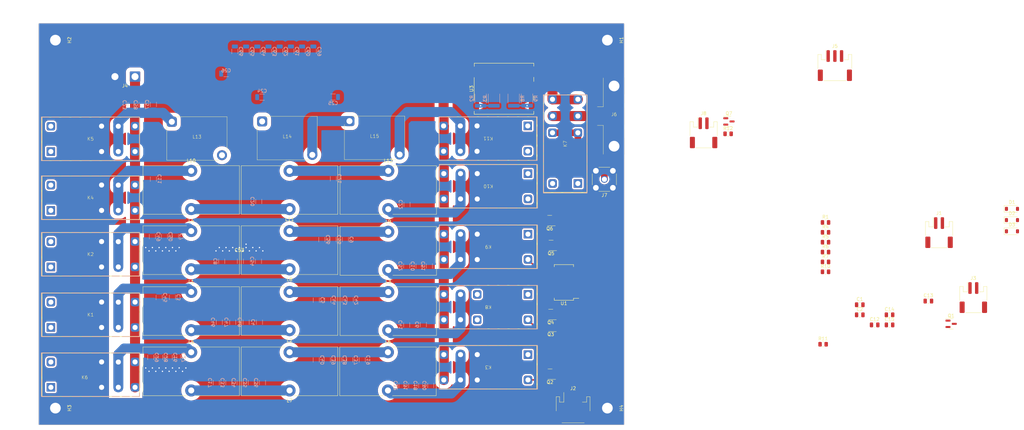
<source format=kicad_pcb>
(kicad_pcb (version 20221018) (generator pcbnew)
  (layers (0 "F.Cu" signal) (31 "B.Cu" signal) (34 "B.Paste" user) (35 "F.Paste" user) (36 "B.SilkS" user "B.Silkscreen") (37 "F.SilkS" user "F.Silkscreen") (38 "B.Mask" user) (39 "F.Mask" user) (44 "Edge.Cuts" user))
  (net 0 "")
  (net 1 "Earth")
  (net 2 "Net-(U1-A0)")
  (net 3 "+5V")
  (net 4 "Net-(D2-K)")
  (net 5 "Net-(D3-K)")
  (net 6 "Net-(Q1-G)")
  (net 7 "+5V_TX")
  (net 8 "/Filter160M/FLT2MHZ_2")
  (net 9 "/Filter160M/FLT2MHZ_4")
  (net 10 "Net-(D2-A)")
  (net 11 "Net-(D3-A)")
  (net 12 "SCL")
  (net 13 "SDA")
  (net 14 "/FWD")
  (net 15 "/REF")
  (net 16 "/ANT")
  (net 17 "/RX")
  (net 18 "/Filter80M/FLT4MHZ_1")
  (net 19 "/Filter160M/FLT2MHZ_3")
  (net 20 "+12V")
  (net 21 "FLT_OUT")
  (net 22 "FLT_IN")
  (net 23 "Net-(Q2-D)")
  (net 24 "ACT_160")
  (net 25 "/Filter80M/FLT4MHZ_2")
  (net 26 "/Filter80M/FLT4MHZ_3")
  (net 27 "Net-(J8-MountPin)")
  (net 28 "/Filter80M/FLT4MHZ_4")
  (net 29 "/Filter40M/FLT8MHZ_1")
  (net 45 "/Filter40M/FLT8MHZ_2")
  (net 46 "/Filter160M/FLT2MHZ_1")
  (net 47 "/Filter40M/FLT8MHZ_3")
  (net 48 "/Filter40M/FLT8MHZ_4")
  (net 49 "/Filter20M/FLT15MHZ_1")
  (net 50 "/Filter20M/FLT15MHZ_2")
  (net 51 "/Filter20M/FLT15MHZ_3")
  (net 52 "/Filter20M/FLT15MHZ_4")
  (net 53 "/Filter10M/FLT30MHZ_1")
  (net 54 "/Filter10M/FLT30MHZ_2")
  (net 55 "/Filter10M/FLT30MHZ_3")
  (net 56 "/Filter10M/FLT30MHZ_4")
  (net 57 "Net-(Q3-D)")
  (net 58 "Net-(Q4-D)")
  (net 59 "/SWR_OUT")
  (net 60 "Net-(Q5-D)")
  (net 61 "Net-(Q6-D)")
  (net 62 "Net-(Q7-D)")
  (net 63 "ACT_80")
  (net 64 "ACT_10")
  (net 65 "Net-(Q7-G)")
  (net 68 "ACT_40")
  (net 70 "ACT_20")
  (footprint "Connector_JST:JST_PH_S2B-PH-SM4-TB_1x02-1MP_P2.00mm_Horizontal" (layer "F.Cu") (at 243.7575 52.7)
    (fp_text reference "J8")
    (fp_text value "+12V")
  )
  (footprint "Resistor_SMD:R_0805_2012Metric" (layer "F.Cu") (at 251.0875 53)
    (fp_text reference "R12")
    (fp_text value "102")
  )
  (footprint "Package_TO_SOT_SMD:SOT-23" (layer "F.Cu") (at 197.8625 124.85 180)
    (fp_text reference "Q2")
    (fp_text value "AO3400A")
  )
  (footprint "PhilsFootprintLibrary:L_AirCore_L15_P15mm" (layer "F.Cu") (at 92.3 54.4)
    (fp_text reference "L13")
    (fp_text value "390nH")
  )
  (footprint "PhilsFootprintLibrary:Relay_QJC2" (layer "F.Cu") (at 60.49 54.52)
    (fp_text reference "K5")
    (fp_text value "QJC2")
  )
  (footprint "Resistor_SMD:R_0805_2012Metric" (layer "F.Cu") (at 280.206832 88.347486)
    (fp_text reference "R6")
    (fp_text value "102")
  )
  (footprint "Resistor_SMD:R_0805_2012Metric" (layer "F.Cu") (at 279.4875 115.9)
    (fp_text reference "R11")
    (fp_text value "104")
  )
  (footprint "PhilsFootprintLibrary:Relay_QJC2" (layer "F.Cu") (at 202.4 56 90)
    (fp_text reference "K7")
    (fp_text value "QJC2")
  )
  (footprint "Package_TO_SOT_SMD:SOT-23" (layer "F.Cu") (at 251.3275 49.3)
    (fp_text reference "Q7")
    (fp_text value "AO3400A")
  )
  (footprint "Connector_JST:JST_PH_S2B-PH-SM4-TB_1x02-1MP_P2.00mm_Horizontal" (layer "F.Cu") (at 324.392333 101.949488)
    (fp_text reference "J3")
    (fp_text value "+5V_TX")
  )
  (footprint "Inductor_THT:L_Toroid_Vertical_L28.6mm_W14.3mm_P11.43mm_Bourns_5700" (layer "F.Cu") (at 90.6 64.07)
    (fp_text reference "L10")
    (fp_text value "5.6uH")
  )
  (footprint "PhilsFootprintLibrary:L_AirCore_L15_P15mm" (layer "F.Cu") (at 145.4 54.2)
    (fp_text reference "L15")
    (fp_text value "390nH")
  )
  (footprint "Inductor_THT:L_Toroid_Vertical_L28.6mm_W14.3mm_P11.43mm_Bourns_5700" (layer "F.Cu") (at 120 75.515 180)
    (fp_text reference "L11")
    (fp_text value "6.2uH")
  )
  (footprint "PhilsFootprintLibrary:Balun_5PIN_BN-43-202_SMD_SWR_Bridge" (layer "F.Cu") (at 184.08 39.52 180)
    (fp_text reference "U3")
    (fp_text value "1T:20T, BN-43-202")
  )
  (footprint "Resistor_SMD:R_0805_2012Metric" (layer "F.Cu") (at 280.206832 94.247486)
    (fp_text reference "R10")
    (fp_text value "102")
  )
  (footprint "Connector_JST:JST_PH_S3B-PH-SM4-TB_1x03-1MP_P2.00mm_Horizontal" (layer "F.Cu") (at 283 32.6)
    (fp_text reference "J5")
    (fp_text value "Conn_01x03_MountingPin")
  )
  (footprint "MountingHole:MountingHole_3.2mm_M3_Pad" (layer "F.Cu") (at 215 135 -90)
    (fp_text reference "H4")
    (fp_text value "MH")
  )
  (footprint "Inductor_THT:L_Toroid_Vertical_L28.6mm_W14.3mm_P11.43mm_Bourns_5700" (layer "F.Cu") (at 90.6 118.285)
    (fp_text reference "L5")
    (fp_text value "5.6uH")
  )
  (footprint "PhilsFootprintLibrary:Relay_QJC2" (layer "F.Cu") (at 60.5 107.1)
    (fp_text reference "K1")
    (fp_text value "QJC2")
  )
  (footprint "PhilsFootprintLibrary:Relay_QJC2" (layer "F.Cu") (at 179.41 86.78 180)
    (fp_text reference "K9")
    (fp_text value "QJC2")
  )
  (footprint "Package_SO:SSOP-28_5.3x10.2mm_P0.65mm" (layer "F.Cu") (at 202 97.425 180)
    (fp_text reference "U1")
    (fp_text value "MCP23017_SS")
  )
  (footprint "MountingHole:MountingHole_3.2mm_M3_Pad" (layer "F.Cu") (at 215 25 -90)
    (fp_text reference "H1")
    (fp_text value "MH")
  )
  (footprint "Package_TO_SOT_SMD:SOT-23" (layer "F.Cu") (at 197.7625 78.95 180)
    (fp_text reference "Q6")
    (fp_text value "AO3400A")
  )
  (footprint "PhilsFootprintLibrary:Relay_QJC2" (layer "F.Cu") (at 179.41 68.68 180)
    (fp_text reference "K10")
    (fp_text value "QJC2")
  )
  (footprint "PhilsFootprintLibrary:Relay_QJC2" (layer "F.Cu") (at 179.35 54.42 180)
    (fp_text reference "K11")
    (fp_text value "QJC2")
  )
  (footprint "Capacitor_SMD:C_0805_2012Metric" (layer "F.Cu") (at 310.95 103)
    (fp_text reference "C13")
    (fp_text value "104")
  )
  (footprint "Capacitor_SMD:C_0805_2012Metric" (layer "F.Cu") (at 299.342332 110.119488)
    (fp_text reference "C15")
    (fp_text value "104")
  )
  (footprint "Connector_Coaxial:SMA_Amphenol_132291_Vertical" (layer "F.Cu") (at 214.1 66.6 180)
    (fp_text reference "J7")
    (fp_text value "RX_BPF")
  )
  (footprint "Inductor_THT:L_Toroid_Vertical_L28.6mm_W14.3mm_P11.43mm_Bourns_5700" (layer "F.Cu") (at 120 111.7 180)
    (fp_text reference "L2")
    (fp_text value "3.3uH")
  )
  (footprint "Connector_Wire:SolderWire-1.5sqmm_1x02_P6mm_D1.7mm_OD3mm" (layer "F.Cu") (at 73.8 35.9 180)
    (fp_text reference "J4")
    (fp_text value "TX_AMP_IN")
  )
  (footprint "Diode_SMD:D_SOD-123" (layer "F.Cu") (at 335.939331 78.787486)
    (fp_text reference "D2")
    (fp_text value "D")
  )
  (footprint "Package_TO_SOT_SMD:SOT-23" (layer "F.Cu") (at 198.0625 110.55 180)
    (fp_text reference "Q3")
    (fp_text value "AO3400A")
  )
  (footprint "Package_TO_SOT_SMD:SOT-23" (layer "F.Cu") (at 198.1625 86.35 180)
    (fp_text reference "Q5")
    (fp_text value "AO3400A")
  )
  (footprint "Inductor_THT:L_Toroid_Vertical_L28.6mm_W14.3mm_P11.43mm_Bourns_5700" (layer "F.Cu") (at 120 93.5 180)
    (fp_text reference "L8")
    (fp_text value "1.6uH")
  )
  (footprint "Connector_JST:JST_PH_S3B-PH-SM4-TB_1x03-1MP_P2.00mm_Horizontal" (layer "F.Cu") (at 204.75 134.9)
    (fp_text reference "J2")
    (fp_text value "SPI")
  )
  (footprint "Inductor_THT:L_Toroid_Vertical_L28.6mm_W14.3mm_P11.43mm_Bourns_5700" (layer "F.Cu") (at 90.6 100.27)
    (fp_text reference "L1")
    (fp_text value "2.7uH")
  )
  (footprint "Resistor_SMD:R_0805_2012Metric" (layer "F.Cu") (at 280.206832 82.447486)
    (fp_text reference "R4")
    (fp_text value "223")
  )
  (footprint "Inductor_THT:L_Toroid_Vertical_L28.6mm_W14.3mm_P11.43mm_Bourns_5700" (layer "F.Cu") (at 149.5 100.3)
    (fp_text reference "L3")
    (fp_text value "2.7uH")
  )
  (footprint "Inductor_THT:L_Toroid_Vertical_L28.6mm_W14.3mm_P11.43mm_Bourns_5700" (layer "F.Cu") (at 90.6 82.07)
    (fp_text reference "L4")
    (fp_text value "1.5uH")
  )
  (footprint "PhilsFootprintLibrary:Relay_QJC2" (layer "F.Cu") (at 179.41 104.79 180)
    (fp_text reference "K8")
    (fp_text value "QJC2")
  )
  (footprint "PhilsFootprintLibrary:L_AirCore_L15_P15mm" (layer "F.Cu") (at 119.3 54.3)
    (fp_text reference "L14")
    (fp_text value "430nH")
  )
  (footprint "Resistor_SMD:R_0805_2012Metric" (layer "F.Cu") (at 280.206832 91.297486)
    (fp_text reference "R7")
    (fp_text value "223")
  )
  (footprint "PhilsFootprintLibrary:Relay_QJC2" (layer "F.Cu") (at 60.49 72.12)
    (fp_text reference "K4")
    (fp_text value "QJC2")
  )
  (footprint "Inductor_THT:L_Toroid_Vertical_L28.6mm_W14.3mm_P11.43mm_Bourns_5700" (layer "F.Cu") (at 149.5 64.085)
    (fp_text reference "L12")
    (fp_text value "5.6uH")
  )
  (footprint "PhilsFootprintLibrary:Relay_QJC2" (layer "F.Cu") (at 179.41 122.78 180)
    (fp_text reference "K3")
    (fp_text value "QJC2")
  )
  (footprint "Capacitor_SMD:C_0805_2012Metric" (layer "F.Cu") (at 290.442333 107.109486)
    (fp_text reference "C2")
    (fp_text value "104")
  )
  (footprint "Package_TO_SOT_SMD:SOT-23" (layer "F.Cu") (at 317.752332 109.799488)
    (fp_text reference "Q1")
    (fp_text value "BSS138")
  )
  (footprint "Resistor_SMD:R_0805_2012Metric" (layer "F.Cu") (at 280.206832 85.397486)
    (fp_text reference "R5")
    (fp_text value "102")
  )
  (footprint "PhilsFootprintLibrary:Relay_QJC2" (layer "F.Cu") (at 60.49 89.02)
    (fp_text reference "K2")
    (fp_text value "QJC2")
  )
  (footprint "Capacitor_SMD:C_0805_2012Metric" (layer "F.Cu") (at 294.892334 110.119488)
    (fp_text reference "C12")
    (fp_text value "104")
  )
  (footprint "Connector_JST:JST_PH_S2B-PH-SM4-TB_1x02-1MP_P2.00mm_Horizontal" (layer "F.Cu") (at 314.142333 82.532486)
    (fp_text reference "J1")
    (fp_text value "+5V")
  )
  (footprint "Inductor_THT:L_Toroid_Vertical_L28.6mm_W14.3mm_P11.43mm_Bourns_5700" (layer "F.Cu") (at 120 129.715 180)
    (fp_text reference "L7")
    (fp_text value "6.2uH")
  )
  (footprint "Capacitor_SMD:C_0805_2012Metric" (layer "F.Cu") (at 299.342333 107.109485)
    (fp_text reference "C14")
    (fp_text value "104")
  )
  (footprint "MountingHole:MountingHole_3.2mm_M3_Pad" (layer "F.Cu") (at 50 135 -90)
    (fp_text reference "H3")
    (fp_text value "MH")
  )
  (footprint "Diode_SMD:D_SOD-123" (layer "F.Cu") (at 335.939331 82.137486)
    (fp_text reference "D3")
    (fp_text value "D")
  )
  (footprint "MountingHole:MountingHole_3.2mm_M3_Pad" (layer "F.Cu") (at 50 25 -90)
    (fp_text reference "H2")
    (fp_text value "MH")
  )
  (footprint "PhilsFootprintLibrary:Relay_QJC2" (layer "F.Cu") (at 60.5 125)
    (fp_text reference "K6")
    (fp_text value "QJC2")
  )
  (footprint "Diode_SMD:D_SOD-123" (layer "F.Cu") (at 335.939332 75.437487)
    (fp_text reference "D1")
    (fp_text value "1N4148W")
  )
  (footprint "Inductor_THT:L_Toroid_Vertical_L28.6mm_W14.3mm_P11.43mm_Bourns_5700" (layer "F.Cu") (at 149.5 82.285)
    (fp_text reference "L9")
    (fp_text value "1.5uH")
  )
  (footprint "Package_TO_SOT_SMD:SOT-23" (layer "F.Cu") (at 198.0625 107 180)
    (fp_text reference "Q4")
    (fp_text value "AO3400A")
  )
  (footprint "PhilsFootprintLibrary:Connector_SO239" (layer "F.Cu") (at 217 47.7)
    (fp_text reference "J6")
    (fp_text value "ANTENNA")
    (fp_line (start 3.1 -12.7) (end 3.1 12.7) (stroke (width 0.05)) (layer "Edge.Cuts"))
  )
  (footprint "Capacitor_SMD:C_0805_2012Metric" (layer "F.Cu") (at 290.442334 104.099488)
    (fp_text reference "C1")
    (fp_text value "104")
  )
  (footprint "Resistor_SMD:R_0805_2012Metric" (layer "F.Cu") (at 280.206832 79.497486)
    (fp_text reference "R1")
    (fp_text value "103")
  )
  (footprint "Inductor_THT:L_Toroid_Vertical_L28.6mm_W14.3mm_P11.43mm_Bourns_5700" (layer "F.Cu") (at 149.4 118.285)
    (fp_text reference "L6")
    (fp_text value "5.6uH")
  )
  (footprint "Resistor_SMD:R_1812_4532Metric" (layer "B.Cu") (at 191 42.4375 90)
    (fp_text reference "R9")
    (fp_text value "101")
  )
  (footprint "Capacitor_SMD:C_1206_3216Metric" (layer "B.Cu") (at 110.8 73.225 -90)
    (fp_text reference "C20")
    (fp_text value "332")
  )
  (footprint "Capacitor_SMD:C_1206_3216Metric" (layer "B.Cu") (at 81.2 119.825 90)
    (fp_text reference "C28")
    (fp_text value "470p")
  )
  (footprint "Capacitor_SMD:C_1206_3216Metric" (layer "B.Cu") (at 105.3 91.1 -90)
    (fp_text reference "C53")
    (fp_text value "330p")
  )
  (footprint "Capacitor_SMD:C_1206_3216Metric" (layer "B.Cu") (at 79 83.725 90)
    (fp_text reference "C49")
    (fp_text value "220p")
  )
  (footprint "Capacitor_SMD:C_1206_3216Metric" (layer "B.Cu") (at 111.9 127.375 -90)
    (fp_text reference "C36")
    (fp_text value "680p")
  )
  (footprint "Resistor_SMD:R_1812_4532Metric" (layer "B.Cu") (at 187 42.4625 90)
    (fp_text reference "R8")
    (fp_text value "101")
  )
  (footprint "Capacitor_SMD:C_1206_3216Metric" (layer "B.Cu") (at 138 120.6 90)
    (fp_text reference "C37")
    (fp_text value "680p")
  )
  (footprint "Capacitor_SMD:C_1206_3216Metric" (layer "B.Cu") (at 72.6 44.325 -90)
    (fp_text reference "C23")
    (fp_text value "33p")
  )
  (footprint "Capacitor_SMD:C_1206_3216Metric" (layer "B.Cu") (at 103.65 28.375001 90)
    (fp_text reference "C66")
    (fp_text value "47p")
  )
  (footprint "Capacitor_SMD:C_1206_3216Metric" (layer "B.Cu") (at 78.5 119.825 90)
    (fp_text reference "C29")
    (fp_text value "470p")
  )
  (footprint "Capacitor_SMD:C_1206_3216Metric" (layer "B.Cu") (at 131.3 120.6 90)
    (fp_text reference "C39")
    (fp_text value "680p")
  )
  (footprint "Capacitor_SMD:C_1206_3216Metric" (layer "B.Cu") (at 131.399997 102.725 90)
    (fp_text reference "C44")
    (fp_text value "100p")
  )
  (footprint "Capacitor_SMD:C_1206_3216Metric" (layer "B.Cu") (at 103 109.314999 -90)
    (fp_text reference "C47")
    (fp_text value "470p")
  )
  (footprint "Capacitor_SMD:C_1206_3216Metric" (layer "B.Cu") (at 79.3 66.525 90)
    (fp_text reference "C11")
    (fp_text value "182")
  )
  (footprint "Capacitor_SMD:C_1206_3216Metric" (layer "B.Cu") (at 129.649998 84.625 90)
    (fp_text reference "C56")
    (fp_text value "330p")
  )
  (footprint "Capacitor_SMD:C_1206_3216Metric" (layer "B.Cu") (at 134.650001 120.6 90)
    (fp_text reference "C38")
    (fp_text value "680p")
  )
  (footprint "Capacitor_SMD:C_1206_3216Metric" (layer "B.Cu") (at 134.749998 102.724999 90)
    (fp_text reference "C43")
    (fp_text value "470p")
  )
  (footprint "Capacitor_SMD:C_1206_3216Metric" (layer "B.Cu") (at 110.7 91.1 -90)
    (fp_text reference "C54")
    (fp_text value "220p")
  )
  (footprint "Capacitor_SMD:C_1206_3216Metric" (layer "B.Cu") (at 85.9 83.725 90)
    (fp_text reference "C7")
    (fp_text value "220p")
  )
  (footprint "Capacitor_SMD:C_1206_3216Metric" (layer "B.Cu") (at 99.7 91.1 -90)
    (fp_text reference "C8")
    (fp_text value "330p")
  )
  (footprint "Capacitor_SMD:C_1206_3216Metric" (layer "B.Cu") (at 136.7 84.625 90)
    (fp_text reference "C9")
    (fp_text value "220p")
  )
  (footprint "Capacitor_SMD:C_1206_3216Metric" (layer "B.Cu") (at 138.1 102.725 90)
    (fp_text reference "C42")
    (fp_text value "470p")
  )
  (footprint "Capacitor_SMD:C_1206_3216Metric" (layer "B.Cu") (at 108.550001 127.375 -90)
    (fp_text reference "C35")
    (fp_text value "680p")
  )
  (footprint "Capacitor_SMD:C_1206_3216Metric" (layer "B.Cu") (at 155 110.125 -90)
    (fp_text reference "C41")
    (fp_text value "470p")
  )
  (footprint "Resistor_SMD:R_1812_4532Metric" (layer "B.Cu") (at 177.1 42.4625 -90)
    (fp_text reference "R2")
    (fp_text value "101")
  )
  (footprint "Capacitor_SMD:C_1206_3216Metric" (layer "B.Cu") (at 101.849999 127.375 -90)
    (fp_text reference "C33")
    (fp_text value "680p")
  )
  (footprint "Capacitor_SMD:C_1206_3216Metric" (layer "B.Cu") (at 113.7 28.375 90)
    (fp_text reference "C63")
    (fp_text value "47p")
  )
  (footprint "Capacitor_SMD:C_1206_3216Metric" (layer "B.Cu") (at 82.6 83.725 90)
    (fp_text reference "C50")
    (fp_text value "47p")
  )
  (footprint "Capacitor_SMD:C_1206_3216Metric" (layer "B.Cu") (at 98.099998 127.375 -90)
    (fp_text reference "C17")
    (fp_text value "680p")
  )
  (footprint "Capacitor_SMD:C_1206_3216Metric" (layer "B.Cu") (at 99 109.325 -90)
    (fp_text reference "C46")
    (fp_text value "470p")
  )
  (footprint "Capacitor_SMD:C_1206_3216Metric" (layer "B.Cu") (at 128 102.725 90)
    (fp_text reference "C5")
    (fp_text value "470p")
  )
  (footprint "Capacitor_SMD:C_1206_3216Metric" (layer "B.Cu") (at 160 110.025 -90)
    (fp_text reference "C6")
    (fp_text value "470p")
  )
  (footprint "Capacitor_SMD:C_1206_3216Metric" (layer "B.Cu") (at 155 92.5 -90)
    (fp_text reference "C52")
    (fp_text value "220p")
  )
  (footprint "Capacitor_SMD:C_1206_3216Metric" (layer "B.Cu") (at 117.049999 28.375 90)
    (fp_text reference "C62")
    (fp_text value "47p")
  )
  (footprint "Capacitor_SMD:C_1206_3216Metric" (layer "B.Cu") (at 127.949999 120.6 90)
    (fp_text reference "C40")
    (fp_text value "680p")
  )
  (footprint "Capacitor_SMD:C_1206_3216Metric" (layer "B.Cu") (at 81 101.925 90)
    (fp_text reference "C45")
    (fp_text value "470p")
  )
  (footprint "Capacitor_SMD:C_1206_3216Metric" (layer "B.Cu") (at 84 119.825 90)
    (fp_text reference "C16")
    (fp_text value "470p")
  )
  (footprint "Capacitor_SMD:C_1206_3216Metric" (layer "B.Cu") (at 133 84.625 90)
    (fp_text reference "C55")
    (fp_text value "330p")
  )
  (footprint "Capacitor_SMD:C_1206_3216Metric" (layer "B.Cu") (at 120.4 28.375 90)
    (fp_text reference "C61")
    (fp_text value "47p")
  )
  (footprint "Capacitor_SMD:C_1206_3216Metric" (layer "B.Cu") (at 123.75 28.375 90)
    (fp_text reference "C60")
    (fp_text value "47p")
  )
  (footprint "Capacitor_SMD:C_1206_3216Metric" (layer "B.Cu") (at 158.7 92.525 -90)
    (fp_text reference "C10")
    (fp_text value "47p")
  )
  (footprint "Capacitor_SMD:C_1206_3216Metric" (layer "B.Cu") (at 107 28.375 90)
    (fp_text reference "C65")
    (fp_text value "47p")
  )
  (footprint "Capacitor_SMD:C_1206_3216Metric" (layer "B.Cu") (at 159.5 128.225 -90)
    (fp_text reference "C18")
    (fp_text value "470")
  )
  (footprint "Capacitor_SMD:C_1206_3216Metric" (layer "B.Cu") (at 155.1 74.125 -90)
    (fp_text reference "C22")
    (fp_text value "182")
  )
  (footprint "Capacitor_SMD:C_1206_3216Metric" (layer "B.Cu") (at 107 109.314999 -90)
    (fp_text reference "C48")
    (fp_text value "100p")
  )
  (footprint "Capacitor_SMD:C_1206_3216Metric" (layer "B.Cu") (at 161.8 92.525 -90)
    (fp_text reference "C51")
    (fp_text value "220p")
  )
  (footprint "Capacitor_SMD:C_1206_3216Metric" (layer "B.Cu") (at 141.7 120.6 90)
    (fp_text reference "C19")
    (fp_text value "680p")
  )
  (footprint "Capacitor_SMD:C_1206_3216Metric" (layer "B.Cu") (at 162.2 128.225 -90)
    (fp_text reference "C30")
    (fp_text value "470")
  )
  (footprint "Capacitor_SMD:C_1206_3216Metric" (layer "B.Cu") (at 133.1 66.425 90)
    (fp_text reference "C21")
    (fp_text value "332")
  )
  (footprint "Capacitor_SMD:C_1206_3216Metric" (layer "B.Cu") (at 86.5 119.825 90)
    (fp_text reference "C27")
    (fp_text value "470p")
  )
  (footprint "Capacitor_SMD:C_1206_3216Metric" (layer "B.Cu") (at 105.199998 127.375 -90)
    (fp_text reference "C34")
    (fp_text value "680p")
  )
  (footprint "Capacitor_SMD:C_1206_3216Metric" (layer "B.Cu") (at 153.6 128.225001 -90)
    (fp_text reference "C32")
    (fp_text value "470")
  )
  (footprint "Capacitor_SMD:C_1206_3216Metric" (layer "B.Cu") (at 75.9 44.325 -90)
    (fp_text reference "C58")
    (fp_text value "47p")
  )
  (footprint "Capacitor_SMD:C_1206_3216Metric" (layer "B.Cu") (at 111.786002 42.038 180)
    (fp_text reference "C24")
    (fp_text value "68p")
  )
  (footprint "Capacitor_SMD:C_1206_3216Metric" (layer "B.Cu") (at 101.025 35 180)
    (fp_text reference "C26")
    (fp_text value "68p")
  )
  (footprint "Capacitor_SMD:C_1206_3216Metric" (layer "B.Cu") (at 79.3 44.225 -90)
    (fp_text reference "C57")
    (fp_text value "47p")
  )
  (footprint "Capacitor_SMD:C_1206_3216Metric" (layer "B.Cu") (at 156.5 128.225001 -90)
    (fp_text reference "C31")
    (fp_text value "470")
  )
  (footprint "Resistor_SMD:R_1812_4532Metric" (layer "B.Cu") (at 181.1 42.4625 -90)
    (fp_text reference "R3")
    (fp_text value "101")
  )
  (footprint "Capacitor_SMD:C_1206_3216Metric" (layer "B.Cu") (at 110.35 28.375 90)
    (fp_text reference "C64")
    (fp_text value "33p")
  )
  (footprint "Capacitor_SMD:C_1206_3216Metric" (layer "B.Cu") (at 127.100001 28.375 90)
    (fp_text reference "C59")
    (fp_text value "68p")
  )
  (footprint "Capacitor_SMD:C_1206_3216Metric" (layer "B.Cu") (at 111 109.325 -90)
    (fp_text reference "C4")
    (fp_text value "470p")
  )
  (footprint "Capacitor_SMD:C_1206_3216Metric" (layer "B.Cu") (at 85 101.875 90)
    (fp_text reference "C3")
    (fp_text value "470p")
  )
  (footprint "Capacitor_SMD:C_1206_3216Metric" (layer "B.Cu") (at 133 42)
    (fp_text reference "C25")
    (fp_text value "68p")
  )
  (gr_rect locked (start 45 20) (end 220 140) (stroke (width 0.1)) (fill none) (layer "Edge.Cuts"))
  (via (at 79 123) (size 0.8) (drill 0.4) (layers "F.Cu" "B.Cu") (net 1))
  (via (at 112 88) (size 0.8) (drill 0.4) (layers "F.Cu" "B.Cu") (net 1))
  (via (at 81 87) (size 0.8) (drill 0.4) (layers "F.Cu" "B.Cu") (net 1))
  (via (at 109 87) (size 0.8) (drill 0.4) (layers "F.Cu" "B.Cu") (net 1))
  (via (at 89 123) (size 0.8) (drill 0.4) (layers "F.Cu" "B.Cu") (net 1))
  (via (at 104 88) (size 0.8) (drill 0.4) (layers "F.Cu" "B.Cu") (net 1))
  (via (at 82 88) (size 0.8) (drill 0.4) (layers "F.Cu" "B.Cu") (net 1))
  (via (at 81 123) (size 0.8) (drill 0.4) (layers "F.Cu" "B.Cu") (net 1))
  (via (at 80 124) (size 0.8) (drill 0.4) (layers "F.Cu" "B.Cu") (net 1))
  (via (at 78 88) (size 0.8) (drill 0.4) (layers "F.Cu" "B.Cu") (net 1))
  (via (at 86 124) (size 0.8) (drill 0.4) (layers "F.Cu" "B.Cu") (net 1))
  (via (at 77 123) (size 0.8) (drill 0.4) (layers "F.Cu" "B.Cu") (net 1))
  (via (at 102 88) (size 0.8) (drill 0.4) (layers "F.Cu" "B.Cu") (net 1))
  (via (at 80 88) (size 0.8) (drill 0.4) (layers "F.Cu" "B.Cu") (net 1))
  (via (at 85 87) (size 0.8) (drill 0.4) (layers "F.Cu" "B.Cu") (net 1))
  (via (at 85 123) (size 0.8) (drill 0.4) (layers "F.Cu" "B.Cu") (net 1))
  (via (at 98 88) (size 0.8) (drill 0.4) (layers "F.Cu" "B.Cu") (net 1))
  (via (at 88 124) (size 0.8) (drill 0.4) (layers "F.Cu" "B.Cu") (net 1))
  (via (at 100 88) (size 0.8) (drill 0.4) (layers "F.Cu" "B.Cu") (net 1))
  (via (at 84 88) (size 0.8) (drill 0.4) (layers "F.Cu" "B.Cu") (net 1))
  (via (at 103 87) (size 0.8) (drill 0.4) (layers "F.Cu" "B.Cu") (net 1))
  (via (at 83 87) (size 0.8) (drill 0.4) (layers "F.Cu" "B.Cu") (net 1))
  (via (at 107 86) (size 0.8) (drill 0.4) (layers "F.Cu" "B.Cu") (net 1))
  (via (at 83 123) (size 0.8) (drill 0.4) (layers "F.Cu" "B.Cu") (net 1))
  (via (at 78 124) (size 0.8) (drill 0.4) (layers "F.Cu" "B.Cu") (net 1))
  (via (at 79 87) (size 0.8) (drill 0.4) (layers "F.Cu" "B.Cu") (net 1))
  (via (at 108 88) (size 0.8) (drill 0.4) (layers "F.Cu" "B.Cu") (net 1))
  (via (at 87 123) (size 0.8) (drill 0.4) (layers "F.Cu" "B.Cu") (net 1))
  (via (at 77 87) (size 0.8) (drill 0.4) (layers "F.Cu" "B.Cu") (net 1))
  (via (at 106 88) (size 0.8) (drill 0.4) (layers "F.Cu" "B.Cu") (net 1))
  (via (at 84 124) (size 0.8) (drill 0.4) (layers "F.Cu" "B.Cu") (net 1))
  (via (at 86 88) (size 0.8) (drill 0.4) (layers "F.Cu" "B.Cu") (net 1))
  (via (at 110 88) (size 0.8) (drill 0.4) (layers "F.Cu" "B.Cu") (net 1))
  (via (at 101 87) (size 0.8) (drill 0.4) (layers "F.Cu" "B.Cu") (net 1))
  (via (at 99 87) (size 0.8) (drill 0.4) (layers "F.Cu" "B.Cu") (net 1))
  (via (at 82 124) (size 0.8) (drill 0.4) (layers "F.Cu" "B.Cu") (net 1))
  (via (at 105 87) (size 0.8) (drill 0.4) (layers "F.Cu" "B.Cu") (net 1))
  (via (at 107 87) (size 0.8) (drill 0.4) (layers "F.Cu" "B.Cu") (net 1))
  (via (at 87 87) (size 0.8) (drill 0.4) (layers "F.Cu" "B.Cu") (net 1))
  (via (at 111 87) (size 0.8) (drill 0.4) (layers "F.Cu" "B.Cu") (net 1))
  (segment (start 120 129.715) (end 90.6 129.715) (width 3) (layer "B.Cu") (net 8))
  (segment (start 171.1 119) (end 171.1 126.56) (width 3) (layer "B.Cu") (net 9))
  (segment (start 168.33 130.6) (end 150.285 130.6) (width 3) (layer "B.Cu") (net 9))
  (segment (start 150.285 130.6) (end 149.4 129.715) (width 3) (layer "B.Cu") (net 9))
  (segment (start 171.1 127.83) (end 168.33 130.6) (width 3) (layer "B.Cu") (net 9))
  (segment (start 171.1 126.56) (end 171.1 127.83) (width 3) (layer "B.Cu") (net 9))
  (segment (start 175.16 44.6) (end 177.1 44.6) (width 0.5) (layer "F.Cu") (net 10))
  (via (at 177.1 44.6) (size 0.8) (drill 0.4) (layers "F.Cu" "B.Cu") (net 10))
  (segment (start 181.1 44.6) (end 177.1 44.6) (width 0.5) (layer "B.Cu") (net 10))
  (segment (start 193 44.6) (end 191.025 44.6) (width 0.5) (layer "F.Cu") (net 11))
  (segment (start 191.025 44.6) (end 191 44.575) (width 0.5) (layer "F.Cu") (net 11))
  (via (at 191 44.575) (size 0.8) (drill 0.4) (layers "F.Cu" "B.Cu") (net 11))
  (segment (start 191 44.575) (end 187.025 44.575) (width 0.5) (layer "B.Cu") (net 11))
  (segment (start 187.025 44.575) (end 187 44.6) (width 0.5) (layer "B.Cu") (net 11))
  (segment (start 198.62 47.69) (end 215.99 47.69) (width 3) (layer "F.Cu") (net 16))
  (segment (start 215.99 47.69) (end 216 47.7) (width 3) (layer "F.Cu") (net 16))
  (segment (start 206.18 58.28) (end 206.18 52.69) (width 2) (layer "F.Cu") (net 17))
  (segment (start 214.1 66.6) (end 214.1 62.1) (width 2) (layer "F.Cu") (net 17))
  (segment (start 209 61.1) (end 206.18 58.28) (width 2) (layer "F.Cu") (net 17))
  (segment (start 214.1 62.1) (end 213.1 61.1) (width 2) (layer "F.Cu") (net 17))
  (segment (start 206.18 52.69) (end 198.59 52.69) (width 2) (layer "F.Cu") (net 17))
  (segment (start 213.1 61.1) (end 209 61.1) (width 2) (layer "F.Cu") (net 17))
  (segment (start 68.81 100.79) (end 68.81 110.88) (width 3) (layer "B.Cu") (net 18))
  (segment (start 89.63 99.3) (end 70.3 99.3) (width 3) (layer "B.Cu") (net 18))
  (segment (start 70.3 99.3) (end 68.81 100.79) (width 3) (layer "B.Cu") (net 18))
  (segment (start 90.6 100.27) (end 89.63 99.3) (width 3) (layer "B.Cu") (net 18))
  (segment (start 120 118.285) (end 149.4 118.285) (width 3) (layer "B.Cu") (net 19))
  (segment (start 166.1 101.01) (end 166.1 83) (width 3) (layer "F.Cu") (net 21))
  (segment (start 166.04 35.56) (end 167.08 34.52) (width 3) (layer "F.Cu") (net 21))
  (segment (start 167.08 34.52) (end 175.16 34.52) (width 3) (layer "F.Cu") (net 21))
  (segment (start 166.1 83) (end 166.1 50.7) (width 3) (layer "F.Cu") (net 21))
  (segment (start 166.1 50.7) (end 166.04 50.64) (width 3) (layer "F.Cu") (net 21))
  (segment (start 166.1 101.01) (end 166.1 126.59) (width 3) (layer "F.Cu") (net 21))
  (segment (start 166.04 50.64) (end 166.04 35.56) (width 3) (layer "F.Cu") (net 21))
  (segment (start 73.8 50.71) (end 73.8 35.9) (width 3) (layer "F.Cu") (net 22))
  (segment (start 73.81 103.29) (end 73.81 128.78) (width 3) (layer "F.Cu") (net 22))
  (segment (start 73.81 85.22) (end 73.8 85.21) (width 3) (layer "F.Cu") (net 22))
  (segment (start 73.8 85.21) (end 73.8 50.71) (width 3) (layer "F.Cu") (net 22))
  (segment (start 73.81 103.29) (end 73.81 85.22) (width 3) (layer "F.Cu") (net 22))
  (segment (start 193.44 126.56) (end 195.2 124.8) (width 0.45) (layer "F.Cu") (net 23))
  (segment (start 195.2 114.8) (end 195.5 114.5) (width 0.45) (layer "F.Cu") (net 23))
  (segment (start 195.2 124.8) (end 195.2 114.8) (width 0.45) (layer "F.Cu") (net 23))
  (segment (start 195.55 114.55) (end 197.125 114.55) (width 0.45) (layer "F.Cu") (net 23))
  (segment (start 195.5 114.5) (end 195.55 114.55) (width 0.45) (layer "F.Cu") (net 23))
  (segment (start 191.26 126.56) (end 193.44 126.56) (width 0.45) (layer "F.Cu") (net 23))
  (segment (start 203.8 112.1) (end 200.4 115.5) (width 0.45) (layer "F.Cu") (net 24))
  (segment (start 200.4 115.5) (end 199 115.5) (width 0.45) (layer "F.Cu") (net 24))
  (segment (start 203.8 102.8) (end 203.8 112.1) (width 0.45) (layer "F.Cu") (net 24))
  (segment (start 205.6 101.65) (end 204.95 101.65) (width 0.45) (layer "F.Cu") (net 24))
  (segment (start 204.95 101.65) (end 203.8 102.8) (width 0.45) (layer "F.Cu") (net 24))
  (segment (start 90.6 111.7) (end 120 111.7) (width 3) (layer "B.Cu") (net 25))
  (segment (start 120.03 100.3) (end 120 100.27) (width 3) (layer "B.Cu") (net 26))
  (segment (start 149.5 100.3) (end 120.03 100.3) (width 3) (layer "B.Cu") (net 26))
  (segment (start 171.1 111.1) (end 171.1 108.57) (width 3) (layer "B.Cu") (net 28))
  (segment (start 150.37 112.6) (end 169.6 112.6) (width 3) (layer "B.Cu") (net 28))
  (segment (start 169.6 112.6) (end 171.1 111.1) (width 3) (layer "B.Cu") (net 28))
  (segment (start 149.5 111.73) (end 150.37 112.6) (width 3) (layer "B.Cu") (net 28))
  (segment (start 171.1 108.57) (end 171.1 101.01) (width 3) (layer "B.Cu") (net 28))
  (segment (start 68.8 82.9) (end 68.8 85.24) (width 3) (layer "B.Cu") (net 29))
  (segment (start 89.77 81.24) (end 70.46 81.24) (width 3) (layer "B.Cu") (net 29))
  (segment (start 70.46 81.24) (end 68.8 82.9) (width 3) (layer "B.Cu") (net 29))
  (segment (start 90.6 82.07) (end 89.77 81.24) (width 3) (layer "B.Cu") (net 29))
  (segment (start 68.8 92.8) (end 68.8 85.24) (width 3) (layer "B.Cu") (net 29))
  (segment (start 120 93.5) (end 90.6 93.5) (width 3) (layer "B.Cu") (net 45))
  (segment (start 68.81 128.78) (end 68.81 118.95) (width 3) (layer "B.Cu") (net 46))
  (segment (start 70.56 117.2) (end 89.515 117.2) (width 3) (layer "B.Cu") (net 46))
  (segment (start 68.81 118.95) (end 70.56 117.2) (width 3) (layer "B.Cu") (net 46))
  (segment (start 89.515 117.2) (end 90.6 118.285) (width 3) (layer "B.Cu") (net 46))
  (segment (start 149.5 82.285) (end 120.215 82.285) (width 3) (layer "B.Cu") (net 47))
  (segment (start 120.215 82.285) (end 120 82.07) (width 3) (layer "B.Cu") (net 47))
  (segment (start 150.685 94.9) (end 149.5 93.715) (width 3) (layer "B.Cu") (net 48))
  (segment (start 171.1 83) (end 171.1 90.56) (width 3) (layer "B.Cu") (net 48))
  (segment (start 168.03 94.9) (end 150.685 94.9) (width 3) (layer "B.Cu") (net 48))
  (segment (start 171.1 91.83) (end 168.03 94.9) (width 3) (layer "B.Cu") (net 48))
  (segment (start 171.1 90.56) (end 171.1 91.83) (width 3) (layer "B.Cu") (net 48))
  (segment (start 90.6 64.07) (end 71.8 64.07) (width 3) (layer "B.Cu") (net 49))
  (segment (start 68.8 68.34) (end 68.8 75.9) (width 3) (layer "B.Cu") (net 49))
  (segment (start 71.8 64.07) (end 68.8 67.07) (width 3) (layer "B.Cu") (net 49))
  (segment (start 68.8 67.07) (end 68.8 68.34) (width 3) (layer "B.Cu") (net 49))
  (segment (start 120 75.515) (end 90.615 75.515) (width 3) (layer "B.Cu") (net 50))
  (segment (start 90.615 75.515) (end 90.6 75.5) (width 3) (layer "B.Cu") (net 50))
  (segment (start 149.5 64.085) (end 120 64.085) (width 3) (layer "B.Cu") (net 51))
  (segment (start 171.1 72.46) (end 171.1 64.9) (width 3) (layer "B.Cu") (net 52))
  (segment (start 169.4 76.5) (end 171.1 74.8) (width 3) (layer "B.Cu") (net 52))
  (segment (start 149.5 75.515) (end 150.485 76.5) (width 3) (layer "B.Cu") (net 52))
  (segment (start 171.1 74.8) (end 171.1 72.46) (width 3) (layer "B.Cu") (net 52))
  (segment (start 150.485 76.5) (end 169.4 76.5) (width 3) (layer "B.Cu") (net 52))
  (segment (start 68.8 58.3) (end 68.8 50.74) (width 3) (layer "B.Cu") (net 53))
  (segment (start 82.14 46.74) (end 84.8 49.4) (width 3) (layer "B.Cu") (net 53))
  (segment (start 71.53 46.74) (end 82.14 46.74) (width 3) (layer "B.Cu") (net 53))
  (segment (start 68.8 50.74) (end 68.8 49.47) (width 3) (layer "B.Cu") (net 53))
  (segment (start 68.8 49.47) (end 71.53 46.74) (width 3) (layer "B.Cu") (net 53))
  (segment (start 126.9 49.2) (end 126.8 49.3) (width 3) (layer "B.Cu") (net 55))
  (segment (start 137.9 49.2) (end 126.9 49.2) (width 3) (layer "B.Cu") (net 55))
  (segment (start 126.8 49.3) (end 126.8 59.3) (width 3) (layer "B.Cu") (net 55))
  (segment (start 171.04 50.64) (end 171.04 49.37) (width 3) (layer "B.Cu") (net 56))
  (segment (start 168.17 46.5) (end 155.2 46.5) (width 3) (layer "B.Cu") (net 56))
  (segment (start 171.04 58.2) (end 171.04 50.64) (width 3) (layer "B.Cu") (net 56))
  (segment (start 171.04 49.37) (end 168.17 46.5) (width 3) (layer "B.Cu") (net 56))
  (segment (start 152.9 48.8) (end 152.9 59.2) (width 3) (layer "B.Cu") (net 56))
  (segment (start 155.2 46.5) (end 152.9 48.8) (width 3) (layer "B.Cu") (net 56))
  (segment (start 193.24 110.55) (end 191.26 108.57) (width 0.45) (layer "F.Cu") (net 57))
  (segment (start 197.125 110.55) (end 193.24 110.55) (width 0.45) (layer "F.Cu") (net 57))
  (segment (start 195.7 107) (end 195.4 106.7) (width 0.45) (layer "F.Cu") (net 58))
  (segment (start 195.4 106.7) (end 195.4 94.7) (width 0.45) (layer "F.Cu") (net 58))
  (segment (start 197.125 107) (end 195.7 107) (width 0.45) (layer "F.Cu") (net 58))
  (segment (start 195.4 94.7) (end 191.26 90.56) (width 0.45) (layer "F.Cu") (net 58))
  (segment (start 198.59 35.39) (end 198.59 42.69) (width 3) (layer "F.Cu") (net 59))
  (segment (start 193 34.44) (end 197.64 34.44) (width 3) (layer "F.Cu") (net 59))
  (segment (start 197.64 34.44) (end 198.59 35.39) (width 3) (layer "F.Cu") (net 59))
  (segment (start 198.59 42.69) (end 206.18 42.69) (width 3) (layer "F.Cu") (net 59))
  (segment (start 202.819619 101.019619) (end 202.819619 109.780381) (width 0.45) (layer "F.Cu") (net 63))
  (segment (start 201.1 111.5) (end 199 111.5) (width 0.45) (layer "F.Cu") (net 63))
  (segment (start 205.6 101) (end 202.839238 101) (width 0.45) (layer "F.Cu") (net 63))
  (segment (start 202.819619 109.780381) (end 201.1 111.5) (width 0.45) (layer "F.Cu") (net 63))
  (segment (start 202.839238 101) (end 202.819619 101.019619) (width 0.45) (layer "F.Cu") (net 63))
  (segment (start 201.18 101.74) (end 201.18 106.76) (width 0.45) (layer "F.Cu") (net 68))
  (segment (start 205.6 100.35) (end 202.57 100.35) (width 0.45) (layer "F.Cu") (net 68))
  (segment (start 199.99 107.95) (end 199 107.95) (width 0.45) (layer "F.Cu") (net 68))
  (segment (start 201.18 106.76) (end 199.99 107.95) (width 0.45) (layer "F.Cu") (net 68))
  (segment (start 202.57 100.35) (end 201.18 101.74) (width 0.45) (layer "F.Cu") (net 68))
  (zone (net 1) (net_name "Earth") (layers "F&B.Cu") (connect_pads yes (clearance 0.5)) (min_thickness 0.5) (fill yes (thermal_gap 0.5) (thermal_bridge_width 1))
    (polygon (pts (xy 45 20) (xy 220 20) (xy 220 140) (xy 45 140)))
  )
  (zone (net 0) (net_name "") (layers "F&B.Cu") (connect_pads yes (clearance 0)) (min_thickness 1)
    (keepout (tracks allowed) (vias allowed) (pads allowed) (copperpour not_allowed) (footprints allowed))
    (fill (thermal_gap 0.5) (thermal_bridge_width 1))
    (polygon (pts (xy 66 80.2) (xy 76 80.2) (xy 76 132) (xy 66 132)))
  )
)
</source>
